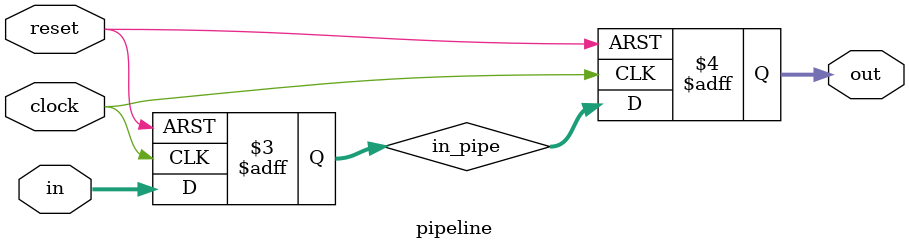
<source format=v>
module pipeline (reset,clock,in,out);
   input reset, clock;
   input [3:0] in;
   output reg [3:0] out;

   reg 	 [3:0]  in_pipe;
   
   always @(posedge clock or posedge reset)
     begin
	if(reset)
	  out <= 0;
	else // Pipeline stage processing
	  out <= in_pipe; 
     end

   always @(posedge clock or posedge reset)
     begin
	if(reset)
	  in_pipe <= 0;
	else
	  in_pipe <= in;
     end
endmodule

// Source file: $HOME/developments/Verilog-Projects/AIMS-Book-Examples/Ch06/PipelinePattern/pipeline.v
// Copied on Fri Aug 14 15:18:26 CEST 2020

</source>
